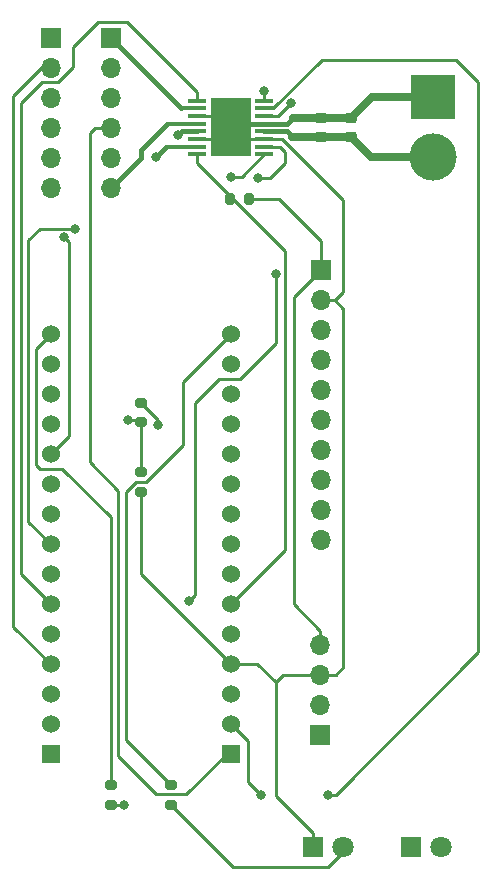
<source format=gtl>
%TF.GenerationSoftware,KiCad,Pcbnew,(6.0.7)*%
%TF.CreationDate,2023-08-18T16:06:47+09:00*%
%TF.ProjectId,graduate-project,67726164-7561-4746-952d-70726f6a6563,rev?*%
%TF.SameCoordinates,Original*%
%TF.FileFunction,Copper,L1,Top*%
%TF.FilePolarity,Positive*%
%FSLAX46Y46*%
G04 Gerber Fmt 4.6, Leading zero omitted, Abs format (unit mm)*
G04 Created by KiCad (PCBNEW (6.0.7)) date 2023-08-18 16:06:47*
%MOMM*%
%LPD*%
G01*
G04 APERTURE LIST*
G04 Aperture macros list*
%AMRoundRect*
0 Rectangle with rounded corners*
0 $1 Rounding radius*
0 $2 $3 $4 $5 $6 $7 $8 $9 X,Y pos of 4 corners*
0 Add a 4 corners polygon primitive as box body*
4,1,4,$2,$3,$4,$5,$6,$7,$8,$9,$2,$3,0*
0 Add four circle primitives for the rounded corners*
1,1,$1+$1,$2,$3*
1,1,$1+$1,$4,$5*
1,1,$1+$1,$6,$7*
1,1,$1+$1,$8,$9*
0 Add four rect primitives between the rounded corners*
20,1,$1+$1,$2,$3,$4,$5,0*
20,1,$1+$1,$4,$5,$6,$7,0*
20,1,$1+$1,$6,$7,$8,$9,0*
20,1,$1+$1,$8,$9,$2,$3,0*%
G04 Aperture macros list end*
%TA.AperFunction,ComponentPad*%
%ADD10R,1.700000X1.700000*%
%TD*%
%TA.AperFunction,ComponentPad*%
%ADD11O,1.700000X1.700000*%
%TD*%
%TA.AperFunction,SMDPad,CuDef*%
%ADD12RoundRect,0.200000X0.200000X0.275000X-0.200000X0.275000X-0.200000X-0.275000X0.200000X-0.275000X0*%
%TD*%
%TA.AperFunction,SMDPad,CuDef*%
%ADD13RoundRect,0.225000X0.250000X-0.225000X0.250000X0.225000X-0.250000X0.225000X-0.250000X-0.225000X0*%
%TD*%
%TA.AperFunction,ComponentPad*%
%ADD14R,1.800000X1.800000*%
%TD*%
%TA.AperFunction,ComponentPad*%
%ADD15C,1.800000*%
%TD*%
%TA.AperFunction,SMDPad,CuDef*%
%ADD16RoundRect,0.200000X0.275000X-0.200000X0.275000X0.200000X-0.275000X0.200000X-0.275000X-0.200000X0*%
%TD*%
%TA.AperFunction,ComponentPad*%
%ADD17R,1.530000X1.530000*%
%TD*%
%TA.AperFunction,ComponentPad*%
%ADD18C,1.530000*%
%TD*%
%TA.AperFunction,SMDPad,CuDef*%
%ADD19RoundRect,0.100000X-0.687500X-0.100000X0.687500X-0.100000X0.687500X0.100000X-0.687500X0.100000X0*%
%TD*%
%TA.AperFunction,ComponentPad*%
%ADD20C,0.800000*%
%TD*%
%TA.AperFunction,SMDPad,CuDef*%
%ADD21R,3.400000X5.000000*%
%TD*%
%TA.AperFunction,ComponentPad*%
%ADD22R,3.800000X3.800000*%
%TD*%
%TA.AperFunction,ComponentPad*%
%ADD23C,4.000000*%
%TD*%
%TA.AperFunction,ViaPad*%
%ADD24C,0.800000*%
%TD*%
%TA.AperFunction,Conductor*%
%ADD25C,0.250000*%
%TD*%
%TA.AperFunction,Conductor*%
%ADD26C,0.400000*%
%TD*%
%TA.AperFunction,Conductor*%
%ADD27C,0.350000*%
%TD*%
%TA.AperFunction,Conductor*%
%ADD28C,0.700000*%
%TD*%
G04 APERTURE END LIST*
D10*
%TO.P,J2,1,VCC*%
%TO.N,ENC_VCC*%
X78740000Y-61625000D03*
D11*
%TO.P,J2,2,GND*%
%TO.N,BATT_GND*%
X78740000Y-64165000D03*
%TO.P,J2,3,SCL*%
%TO.N,GY_SCL*%
X78740000Y-66705000D03*
%TO.P,J2,4,SDA*%
%TO.N,GY_SDA*%
X78740000Y-69245000D03*
%TO.P,J2,5,EDA*%
%TO.N,unconnected-(J2-Pad5)*%
X78740000Y-71785000D03*
%TO.P,J2,6,ECL*%
%TO.N,unconnected-(J2-Pad6)*%
X78740000Y-74325000D03*
%TO.P,J2,7,AD0*%
%TO.N,unconnected-(J2-Pad7)*%
X78740000Y-76865000D03*
%TO.P,J2,8,INT*%
%TO.N,GY_INT*%
X78740000Y-79405000D03*
%TO.P,J2,9,NCS*%
%TO.N,unconnected-(J2-Pad9)*%
X78740000Y-81945000D03*
%TO.P,J2,10,FSYNC*%
%TO.N,unconnected-(J2-Pad10)*%
X78740000Y-84485000D03*
%TD*%
D12*
%TO.P,R3,1*%
%TO.N,ENC_VCC*%
X72707000Y-55626000D03*
%TO.P,R3,2*%
%TO.N,M_FAULT*%
X71057000Y-55626000D03*
%TD*%
D13*
%TO.P,C2,1*%
%TO.N,BATT_VIN*%
X81280000Y-50305000D03*
%TO.P,C2,2*%
%TO.N,BATT_GND*%
X81280000Y-48755000D03*
%TD*%
D14*
%TO.P,D1,1,K*%
%TO.N,BATT_GND*%
X78100000Y-110490000D03*
D15*
%TO.P,D1,2,A*%
%TO.N,Net-(D1-Pad2)*%
X80640000Y-110490000D03*
%TD*%
D16*
%TO.P,R2,1*%
%TO.N,BATT_GND*%
X63500000Y-80390000D03*
%TO.P,R2,2*%
%TO.N,Net-(R1-Pad1)*%
X63500000Y-78740000D03*
%TD*%
%TO.P,R1,1*%
%TO.N,Net-(R1-Pad1)*%
X63500000Y-74485000D03*
%TO.P,R1,2*%
%TO.N,BATT_VIN*%
X63500000Y-72835000D03*
%TD*%
D14*
%TO.P,D2,1,K*%
%TO.N,BATT_GND*%
X86355000Y-110490000D03*
D15*
%TO.P,D2,2,A*%
%TO.N,Net-(D2-Pad2)*%
X88895000Y-110490000D03*
%TD*%
D16*
%TO.P,R4,1*%
%TO.N,Net-(D1-Pad2)*%
X66040000Y-106870000D03*
%TO.P,R4,2*%
%TO.N,LED_ERR*%
X66040000Y-105220000D03*
%TD*%
D13*
%TO.P,C1,1*%
%TO.N,BATT_VIN*%
X78740000Y-50305000D03*
%TO.P,C1,2*%
%TO.N,BATT_GND*%
X78740000Y-48755000D03*
%TD*%
D16*
%TO.P,R5,1*%
%TO.N,Net-(D2-Pad2)*%
X60960000Y-106870000D03*
%TO.P,R5,2*%
%TO.N,LED_RUN*%
X60960000Y-105220000D03*
%TD*%
D17*
%TO.P,U1,CN3_1,PA9*%
%TO.N,ENC_1B*%
X71120000Y-102575000D03*
D18*
%TO.P,U1,CN3_2,PA10*%
%TO.N,M_IN2*%
X71120000Y-100035000D03*
%TO.P,U1,CN3_3,NRST_CN3*%
%TO.N,unconnected-(U1-PadCN3_3)*%
X71120000Y-97495000D03*
%TO.P,U1,CN3_4,GND_CN3*%
%TO.N,BATT_GND*%
X71120000Y-94955000D03*
%TO.P,U1,CN3_5,PA12*%
%TO.N,unconnected-(U1-PadCN3_5)*%
X71120000Y-92415000D03*
%TO.P,U1,CN3_6,PB0*%
%TO.N,M_FAULT*%
X71120000Y-89875000D03*
%TO.P,U1,CN3_7,PB7*%
%TO.N,GY_SDA*%
X71120000Y-87335000D03*
%TO.P,U1,CN3_8,PB6*%
%TO.N,GY_SCL*%
X71120000Y-84795000D03*
%TO.P,U1,CN3_9,PB1*%
%TO.N,GY_INT*%
X71120000Y-82255000D03*
%TO.P,U1,CN3_10,PC14*%
%TO.N,unconnected-(U1-PadCN3_10)*%
X71120000Y-79715000D03*
%TO.P,U1,CN3_11,PC15*%
%TO.N,unconnected-(U1-PadCN3_11)*%
X71120000Y-77175000D03*
%TO.P,U1,CN3_12,PA8*%
%TO.N,ENC_1A*%
X71120000Y-74635000D03*
%TO.P,U1,CN3_13,PA11*%
%TO.N,M_IN1*%
X71120000Y-72095000D03*
%TO.P,U1,CN3_14,PB5*%
%TO.N,unconnected-(U1-PadCN3_14)*%
X71120000Y-69555000D03*
%TO.P,U1,CN3_15,PB4*%
%TO.N,LED_ERR*%
X71120000Y-67015000D03*
D17*
%TO.P,U1,CN4_1,VIN*%
%TO.N,BATT_VIN*%
X55880000Y-102575000D03*
D18*
%TO.P,U1,CN4_2,GND_CN4*%
%TO.N,BATT_GND*%
X55880000Y-100035000D03*
%TO.P,U1,CN4_3,NRST_CN4*%
%TO.N,unconnected-(U1-PadCN4_3)*%
X55880000Y-97495000D03*
%TO.P,U1,CN4_4,+5V*%
%TO.N,ENC_VCC*%
X55880000Y-94955000D03*
%TO.P,U1,CN4_5,PA2*%
%TO.N,HM_RX*%
X55880000Y-92415000D03*
%TO.P,U1,CN4_6,PA7*%
%TO.N,M_OFF*%
X55880000Y-89875000D03*
%TO.P,U1,CN4_7,PA6*%
%TO.N,M_MODE*%
X55880000Y-87335000D03*
%TO.P,U1,CN4_8,PA5*%
%TO.N,M_IN4*%
X55880000Y-84795000D03*
%TO.P,U1,CN4_9,PA4*%
%TO.N,unconnected-(U1-PadCN4_9)*%
X55880000Y-82255000D03*
%TO.P,U1,CN4_10,PA3*%
%TO.N,HM_TX*%
X55880000Y-79715000D03*
%TO.P,U1,CN4_11,PA1*%
%TO.N,M_IN3*%
X55880000Y-77175000D03*
%TO.P,U1,CN4_12,PA0*%
%TO.N,Net-(R1-Pad1)*%
X55880000Y-74635000D03*
%TO.P,U1,CN4_13,AREF*%
%TO.N,unconnected-(U1-PadCN4_13)*%
X55880000Y-72095000D03*
%TO.P,U1,CN4_14,+3V3*%
%TO.N,unconnected-(U1-PadCN4_14)*%
X55880000Y-69555000D03*
%TO.P,U1,CN4_15,PB3*%
%TO.N,LED_RUN*%
X55880000Y-67015000D03*
%TD*%
D19*
%TO.P,U2,1,~{SLEEP}*%
%TO.N,M_OFF*%
X68257500Y-47255000D03*
%TO.P,U2,2,OUT1*%
%TO.N,Net-(J4-Pad1)*%
X68257500Y-47905000D03*
%TO.P,U2,3,ISEN12*%
%TO.N,BATT_GND*%
X68257500Y-48555000D03*
%TO.P,U2,4,OUT2*%
%TO.N,Net-(J4-Pad6)*%
X68257500Y-49205000D03*
%TO.P,U2,5,OUT4*%
%TO.N,Net-(J5-Pad6)*%
X68257500Y-49855000D03*
%TO.P,U2,6,ISEN34*%
%TO.N,BATT_GND*%
X68257500Y-50505000D03*
%TO.P,U2,7,OUT3*%
%TO.N,Net-(J5-Pad1)*%
X68257500Y-51155000D03*
%TO.P,U2,8,~{FAULT}*%
%TO.N,M_FAULT*%
X68257500Y-51805000D03*
%TO.P,U2,9,IN3*%
%TO.N,M_IN3*%
X73982500Y-51805000D03*
%TO.P,U2,10,IN4*%
%TO.N,M_IN4*%
X73982500Y-51155000D03*
%TO.P,U2,11,TRQ*%
%TO.N,BATT_GND*%
X73982500Y-50505000D03*
%TO.P,U2,12,VM*%
%TO.N,BATT_VIN*%
X73982500Y-49855000D03*
%TO.P,U2,13,GND*%
%TO.N,BATT_GND*%
X73982500Y-49205000D03*
%TO.P,U2,14,MODE*%
%TO.N,M_MODE*%
X73982500Y-48555000D03*
%TO.P,U2,15,IN2*%
%TO.N,M_IN2*%
X73982500Y-47905000D03*
%TO.P,U2,16,IN1*%
%TO.N,M_IN1*%
X73982500Y-47255000D03*
D20*
%TO.P,U2,17,PPAD*%
%TO.N,BATT_GND*%
X71870000Y-51030000D03*
X71870000Y-48030000D03*
X70370000Y-51030000D03*
X70370000Y-48030000D03*
X70370000Y-49530000D03*
D21*
X71120000Y-49530000D03*
D20*
X71870000Y-49530000D03*
%TD*%
D10*
%TO.P,J5,1,M+*%
%TO.N,Net-(J5-Pad1)*%
X55905000Y-41935000D03*
D11*
%TO.P,J5,2,ENC_VCC*%
%TO.N,ENC_VCC*%
X55905000Y-44475000D03*
%TO.P,J5,3,ENC_A*%
%TO.N,unconnected-(J5-Pad3)*%
X55905000Y-47015000D03*
%TO.P,J5,4,ENC_B*%
%TO.N,unconnected-(J5-Pad4)*%
X55905000Y-49555000D03*
%TO.P,J5,5,ENC_GND*%
%TO.N,BATT_GND*%
X55905000Y-52095000D03*
%TO.P,J5,6,M-*%
%TO.N,Net-(J5-Pad6)*%
X55905000Y-54635000D03*
%TD*%
D10*
%TO.P,J3,1,RX*%
%TO.N,HM_RX*%
X78715000Y-100955000D03*
D11*
%TO.P,J3,2,TX*%
%TO.N,HM_TX*%
X78715000Y-98415000D03*
%TO.P,J3,3,GND*%
%TO.N,BATT_GND*%
X78715000Y-95875000D03*
%TO.P,J3,4,VCC*%
%TO.N,ENC_VCC*%
X78715000Y-93335000D03*
%TD*%
D22*
%TO.P,J1,1,Pin_1*%
%TO.N,BATT_GND*%
X88265000Y-46990000D03*
D23*
%TO.P,J1,2,Pin_2*%
%TO.N,BATT_VIN*%
X88265000Y-51990000D03*
%TD*%
D10*
%TO.P,J4,1,M+*%
%TO.N,Net-(J4-Pad1)*%
X60985000Y-41935000D03*
D11*
%TO.P,J4,2,ENC_VCC*%
%TO.N,ENC_VCC*%
X60985000Y-44475000D03*
%TO.P,J4,3,ENC_A*%
%TO.N,ENC_1A*%
X60985000Y-47015000D03*
%TO.P,J4,4,ENC_B*%
%TO.N,ENC_1B*%
X60985000Y-49555000D03*
%TO.P,J4,5,ENC_GND*%
%TO.N,BATT_GND*%
X60985000Y-52095000D03*
%TO.P,J4,6,M-*%
%TO.N,Net-(J4-Pad6)*%
X60985000Y-54635000D03*
%TD*%
D24*
%TO.N,M_MODE*%
X74930000Y-61976000D03*
X67564000Y-89662000D03*
X76200000Y-47498000D03*
%TO.N,M_IN3*%
X71164100Y-53751200D03*
X56971900Y-58809300D03*
%TO.N,M_IN4*%
X57912000Y-58084800D03*
X73443500Y-53848000D03*
%TO.N,M_IN1*%
X73982500Y-46450000D03*
%TO.N,M_IN2*%
X73660000Y-106045000D03*
X79375000Y-106045000D03*
%TO.N,Net-(R1-Pad1)*%
X62398100Y-74290000D03*
%TO.N,Net-(J5-Pad6)*%
X66675000Y-50165000D03*
%TO.N,Net-(J5-Pad1)*%
X64770000Y-52070000D03*
%TO.N,Net-(D2-Pad2)*%
X62073800Y-106870000D03*
%TO.N,BATT_VIN*%
X64943000Y-74715500D03*
%TD*%
D25*
%TO.N,ENC_VCC*%
X75184000Y-55626000D02*
X72961000Y-55626000D01*
X78740000Y-59182000D02*
X75184000Y-55626000D01*
X78740000Y-61625000D02*
X78740000Y-59182000D01*
%TO.N,M_IN3*%
X57404000Y-59241400D02*
X56971900Y-58809300D01*
X57404000Y-75651000D02*
X57404000Y-59241400D01*
X55880000Y-77175000D02*
X57404000Y-75651000D01*
%TO.N,M_OFF*%
X53340000Y-87335000D02*
X55880000Y-89875000D01*
X53340000Y-47498000D02*
X53340000Y-87335000D01*
X55118000Y-45720000D02*
X53340000Y-47498000D01*
X59881200Y-40640000D02*
X57785000Y-42736200D01*
X62370800Y-40640000D02*
X59881200Y-40640000D01*
X57785000Y-44450000D02*
X56515000Y-45720000D01*
X56515000Y-45720000D02*
X55118000Y-45720000D01*
X68257500Y-46526700D02*
X62370800Y-40640000D01*
X68257500Y-47255000D02*
X68257500Y-46526700D01*
X57785000Y-42736200D02*
X57785000Y-44450000D01*
%TO.N,ENC_VCC*%
X52705000Y-91780000D02*
X55880000Y-94955000D01*
X52705000Y-46863000D02*
X52705000Y-91780000D01*
X55093000Y-44475000D02*
X52705000Y-46863000D01*
X55905000Y-44475000D02*
X55093000Y-44475000D01*
%TO.N,ENC_1B*%
X59665000Y-49555000D02*
X59182000Y-50038000D01*
X60985000Y-49555000D02*
X59665000Y-49555000D01*
X67364200Y-105991000D02*
X70780000Y-102575000D01*
X61595000Y-102751000D02*
X64834700Y-105991000D01*
X64834700Y-105991000D02*
X67364200Y-105991000D01*
X59182000Y-77860800D02*
X61595000Y-80273800D01*
X61595000Y-80273800D02*
X61595000Y-102751000D01*
X70780000Y-102575000D02*
X71120000Y-102575000D01*
X59182000Y-50038000D02*
X59182000Y-77860800D01*
%TO.N,M_MODE*%
X70104000Y-70866000D02*
X68072000Y-72898000D01*
X71882000Y-70866000D02*
X70104000Y-70866000D01*
X68072000Y-72898000D02*
X68072000Y-89154000D01*
X68072000Y-89154000D02*
X67564000Y-89662000D01*
X74930000Y-67818000D02*
X71882000Y-70866000D01*
X74930000Y-61976000D02*
X74930000Y-67818000D01*
%TO.N,ENC_VCC*%
X76454000Y-63911000D02*
X78740000Y-61625000D01*
X76454000Y-89897100D02*
X76454000Y-63911000D01*
X78715000Y-92158100D02*
X76454000Y-89897100D01*
X78715000Y-93335000D02*
X78715000Y-92158100D01*
%TO.N,M_FAULT*%
X75692000Y-60007000D02*
X75692000Y-85303000D01*
X70295000Y-54610000D02*
X75692000Y-60007000D01*
X75692000Y-85303000D02*
X71120000Y-89875000D01*
%TO.N,M_IN4*%
X75257000Y-51155000D02*
X73982500Y-51155000D01*
X75692000Y-51590000D02*
X75257000Y-51155000D01*
X75692000Y-52578000D02*
X75692000Y-51590000D01*
X74422000Y-53848000D02*
X75692000Y-52578000D01*
X73443500Y-53848000D02*
X74422000Y-53848000D01*
%TO.N,LED_ERR*%
X63083700Y-79565000D02*
X62230000Y-80418700D01*
X62230000Y-80418700D02*
X62230000Y-101410000D01*
X62230000Y-101410000D02*
X66040000Y-105220000D01*
X67056000Y-76439400D02*
X63930400Y-79565000D01*
X67056000Y-71079000D02*
X67056000Y-76439400D01*
X71120000Y-67015000D02*
X67056000Y-71079000D01*
X63930400Y-79565000D02*
X63083700Y-79565000D01*
%TO.N,M_MODE*%
X75143000Y-48555000D02*
X76200000Y-47498000D01*
X73982500Y-48555000D02*
X75143000Y-48555000D01*
%TO.N,M_IN3*%
X72036300Y-53751200D02*
X71164100Y-53751200D01*
X73982500Y-51805000D02*
X72036300Y-53751200D01*
%TO.N,M_IN4*%
X53975000Y-82890000D02*
X55880000Y-84795000D01*
X53975000Y-59055000D02*
X53975000Y-82890000D01*
X54945200Y-58084800D02*
X53975000Y-59055000D01*
X57912000Y-58084800D02*
X54945200Y-58084800D01*
%TO.N,M_IN1*%
X73982500Y-47255000D02*
X73982500Y-46450000D01*
%TO.N,M_IN2*%
X72569600Y-104955000D02*
X73660000Y-106045000D01*
X72569600Y-101485000D02*
X72569600Y-104955000D01*
X71120000Y-100035000D02*
X72569600Y-101485000D01*
X74724300Y-47905000D02*
X73982500Y-47905000D01*
X78814300Y-43815000D02*
X74724300Y-47905000D01*
X90170000Y-43815000D02*
X78814300Y-43815000D01*
X92075000Y-45720000D02*
X90170000Y-43815000D01*
X92075000Y-93980000D02*
X92075000Y-45720000D01*
X80010000Y-106045000D02*
X92075000Y-93980000D01*
X79375000Y-106045000D02*
X80010000Y-106045000D01*
%TO.N,M_FAULT*%
X68257500Y-52572500D02*
X70295000Y-54610000D01*
X68257500Y-51805000D02*
X68257500Y-52572500D01*
%TO.N,LED_RUN*%
X60960000Y-82550000D02*
X60960000Y-105220000D01*
X56855000Y-78445000D02*
X60960000Y-82550000D01*
X54950000Y-78445000D02*
X56855000Y-78445000D01*
X54610000Y-78105000D02*
X54950000Y-78445000D01*
X54610000Y-68285000D02*
X54610000Y-78105000D01*
X55880000Y-67015000D02*
X54610000Y-68285000D01*
%TO.N,Net-(R1-Pad1)*%
X63500000Y-74485000D02*
X63500000Y-78740000D01*
X63305000Y-74290000D02*
X63500000Y-74485000D01*
X62398100Y-74290000D02*
X63305000Y-74290000D01*
D26*
%TO.N,Net-(J5-Pad6)*%
X66985000Y-49855000D02*
X68257500Y-49855000D01*
X66675000Y-50165000D02*
X66985000Y-49855000D01*
D27*
%TO.N,Net-(J5-Pad1)*%
X65685000Y-51155000D02*
X68257500Y-51155000D01*
D26*
X64770000Y-52070000D02*
X65685000Y-51155000D01*
%TO.N,Net-(J4-Pad6)*%
X63500000Y-51435000D02*
X65730000Y-49205000D01*
X63500000Y-52120000D02*
X63500000Y-51435000D01*
X60985000Y-54635000D02*
X63500000Y-52120000D01*
D27*
X65730000Y-49205000D02*
X68257500Y-49205000D01*
D26*
%TO.N,Net-(J4-Pad1)*%
X66955000Y-47905000D02*
X60985000Y-41935000D01*
D27*
X68257500Y-47905000D02*
X66955000Y-47905000D01*
D25*
%TO.N,Net-(D2-Pad2)*%
X60960000Y-106870000D02*
X62073800Y-106870000D01*
%TO.N,Net-(D1-Pad2)*%
X80640000Y-110851000D02*
X80640000Y-110490000D01*
X79322600Y-112169000D02*
X80640000Y-110851000D01*
X71338800Y-112169000D02*
X79322600Y-112169000D01*
X66040000Y-106870000D02*
X71338800Y-112169000D01*
%TO.N,BATT_GND*%
X68257500Y-50505000D02*
X70145000Y-50505000D01*
D26*
X72049100Y-49205000D02*
X71870000Y-49205000D01*
D25*
X68257500Y-48555000D02*
X70145000Y-48555000D01*
X70145000Y-48255000D02*
X70145000Y-48555000D01*
X70370000Y-48030000D02*
X70145000Y-48255000D01*
X75575000Y-95875000D02*
X74930000Y-96520000D01*
X78715000Y-95875000D02*
X75575000Y-95875000D01*
X71870000Y-48030000D02*
X71870000Y-49205000D01*
X78740000Y-64165000D02*
X79915400Y-64165000D01*
X70145000Y-50505000D02*
X70632500Y-50017500D01*
X63500000Y-87335000D02*
X63500000Y-80390000D01*
X71120000Y-94955000D02*
X63500000Y-87335000D01*
D28*
X83045000Y-46990000D02*
X88265000Y-46990000D01*
X81280000Y-48755000D02*
X83045000Y-46990000D01*
D26*
X73982500Y-49205000D02*
X72049100Y-49205000D01*
D25*
X70632500Y-50017500D02*
X71120000Y-49530000D01*
X71870000Y-50505000D02*
X73982500Y-50505000D01*
X70370000Y-49755000D02*
X70370000Y-49530000D01*
X70632500Y-50017500D02*
X70370000Y-49755000D01*
X70145000Y-50805000D02*
X70145000Y-50505000D01*
X70370000Y-51030000D02*
X70145000Y-50805000D01*
D26*
X71870000Y-49205000D02*
X71445000Y-49205000D01*
D25*
X71870000Y-49384100D02*
X71870000Y-49530000D01*
X72049100Y-49205000D02*
X71870000Y-49384100D01*
X73365000Y-94955000D02*
X71120000Y-94955000D01*
X74930000Y-96520000D02*
X73365000Y-94955000D01*
X71870000Y-50505000D02*
X71870000Y-49530000D01*
X71445000Y-49205000D02*
X71120000Y-49530000D01*
X80002500Y-95875000D02*
X78715000Y-95875000D01*
X80645000Y-95232500D02*
X80002500Y-95875000D01*
X80645000Y-64893100D02*
X80645000Y-95232500D01*
X79916900Y-64165000D02*
X80645000Y-64893100D01*
X79915400Y-64165000D02*
X79916900Y-64165000D01*
D28*
X76354400Y-48755000D02*
X78740000Y-48755000D01*
D25*
X70145000Y-48555000D02*
X71120000Y-49530000D01*
X75464600Y-50505000D02*
X73982500Y-50505000D01*
X80645000Y-55685400D02*
X75464600Y-50505000D01*
X80645000Y-63435400D02*
X80645000Y-55685400D01*
X79915400Y-64165000D02*
X80645000Y-63435400D01*
X71870000Y-51030000D02*
X71870000Y-50505000D01*
D26*
X75905200Y-49204300D02*
X76354400Y-48755000D01*
X74827900Y-49204300D02*
X75905200Y-49204300D01*
X74827100Y-49205000D02*
X74827900Y-49204300D01*
X73982500Y-49205000D02*
X74827100Y-49205000D01*
D25*
X74930000Y-106093000D02*
X74930000Y-96520000D01*
X78100000Y-109263000D02*
X74930000Y-106093000D01*
X78100000Y-110490000D02*
X78100000Y-109263000D01*
D28*
X78740000Y-48755000D02*
X81280000Y-48755000D01*
D25*
X72095000Y-48555000D02*
X71445000Y-49205000D01*
X71445000Y-49205000D02*
X71120000Y-49530000D01*
D28*
%TO.N,BATT_VIN*%
X76340000Y-50305000D02*
X78740000Y-50305000D01*
D25*
X64943000Y-74278000D02*
X64943000Y-74715500D01*
X63500000Y-72835000D02*
X64943000Y-74278000D01*
D28*
X78740000Y-50305000D02*
X81280000Y-50305000D01*
X82965000Y-51990000D02*
X88265000Y-51990000D01*
X81280000Y-50305000D02*
X82965000Y-51990000D01*
D26*
X75890000Y-49855000D02*
X76340000Y-50305000D01*
X73982500Y-49855000D02*
X75890000Y-49855000D01*
%TD*%
M02*

</source>
